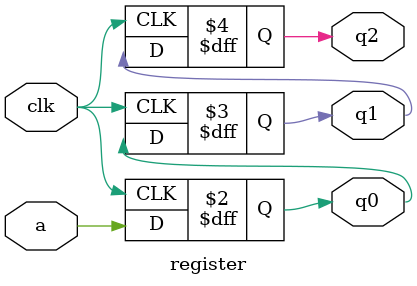
<source format=v>
`timescale 1ns / 1ps
module register(
    input a,
	 input clk,
	 output reg q0,q1,q2
	 );
	
	 always @(posedge clk)
	 begin
 	 q2=q1;
    q1=q0;
	 q0=a;
	 

	 end
endmodule

</source>
